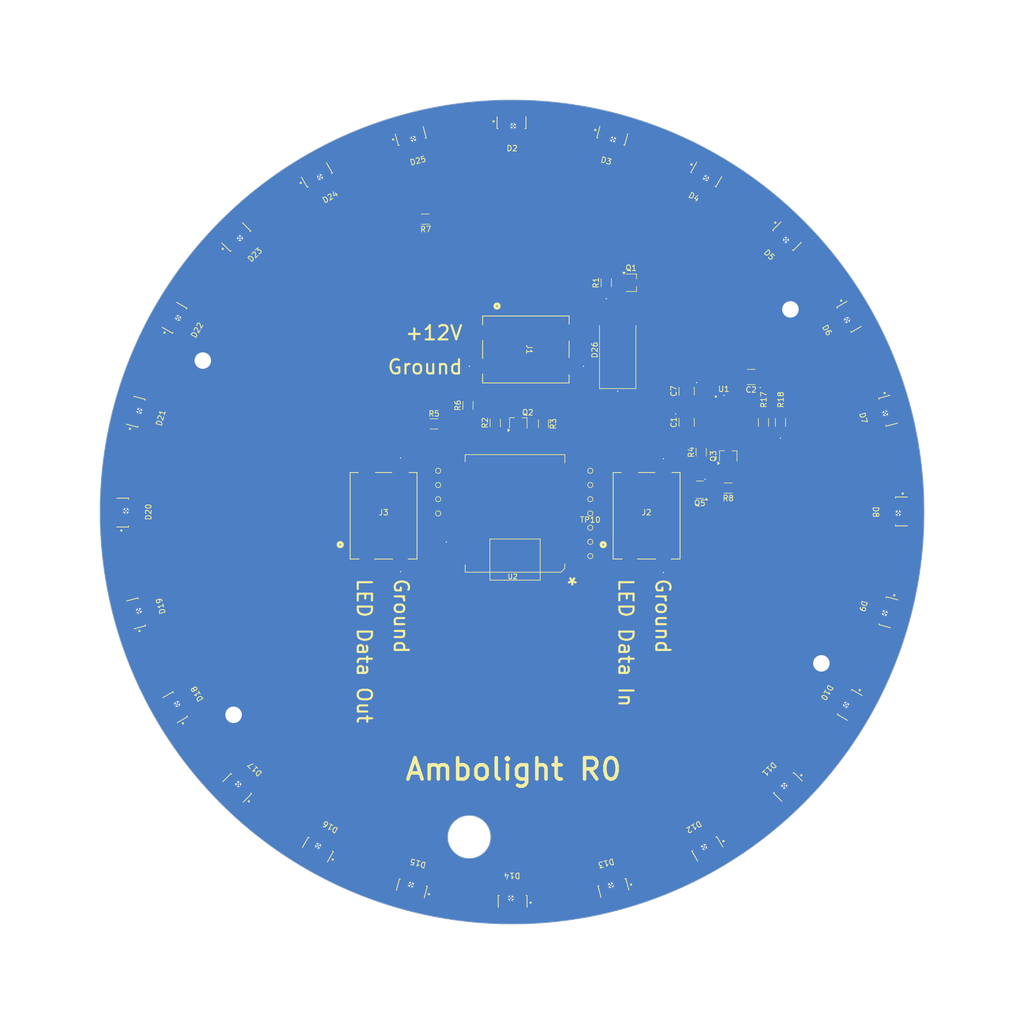
<source format=kicad_pcb>
(kicad_pcb (version 20240108) (generator "pcbnew") (generator_version "8.0")
  (layers (0 "F.Cu" signal) (31 "B.Cu" signal) (35 "F.Paste" user) (36 "B.SilkS" user "B.Silkscreen") (37 "F.SilkS" user "F.Silkscreen") (38 "B.Mask" user) (39 "F.Mask" user) (44 "Edge.Cuts" user))
  (net 0 "")
  (net 1 "GND")
  (net 2 "+12V")
  (net 3 "+3.3V")
  (net 4 "+5V")
  (net 5 "Net-(U1-VCC)")
  (net 6 "Net-(Q1-D)")
  (net 7 "LED_DATA_3.3V")
  (net 8 "LED_DATA_5V")
  (net 9 "Net-(U1-FB)")
  (net 14 "Net-(D10-DIN)")
  (net 15 "Net-(Q3-G)")
  (net 16 "LED_ENABLE")
  (net 17 "Net-(D2-DIN)")
  (net 18 "LED_DATA_OUT")
  (net 20 "5V_LED")
  (net 44 "Net-(U2-PA02_A0_D0)")
  (net 45 "Net-(U2-PA11_A3_D3)")
  (net 46 "Net-(U2-PA9_A5_D5_SCL)")
  (net 47 "Net-(U2-PB08_A6_D6_TX)")
  (net 48 "Net-(U2-PA6_A10_D10_MOSI)")
  (net 49 "Net-(U2-PA5_A9_D9_MISO)")
  (net 50 "Net-(U2-PA7_A8_D8_SCK)")
  (net 51 "Net-(U2-PB09_A7_D7_RX)")
  (net 52 "Net-(Q1-G)")
  (net 53 "Net-(U2-PA4_A1_D1)")
  (net 54 "Net-(Q5-B)")
  (net 55 "Net-(U2-PA10_A2_D2)")
  (net 56 "Net-(D3-DIN)")
  (net 57 "Net-(D18-DIN)")
  (net 58 "Net-(D19-DIN)")
  (net 59 "Net-(D20-DIN)")
  (net 60 "Net-(D21-DIN)")
  (net 61 "Net-(D22-DIN)")
  (net 62 "Net-(D23-DIN)")
  (net 63 "Net-(D24-DIN)")
  (net 64 "Net-(D11-DIN)")
  (net 65 "Net-(D12-DIN)")
  (net 66 "Net-(D13-DIN)")
  (net 67 "Net-(D14-DIN)")
  (net 68 "Net-(D15-DIN)")
  (net 69 "Net-(D16-DIN)")
  (net 70 "Net-(D17-DIN)")
  (net 71 "Net-(D4-DIN)")
  (net 72 "Net-(D5-DIN)")
  (net 73 "Net-(D6-DIN)")
  (net 74 "Net-(D7-DIN)")
  (net 75 "Net-(D8-DIN)")
  (net 76 "Net-(D10-DOUT)")
  (net 77 "Net-(D25-DIN)")
  (net 78 "Net-(J3-1_1)")
  (footprint "1-rjc-rv:WAGO_CONN2_2061-602_998-404_WAG" (layer "F.Cu") (at -22.952102 0.675996)
    (property "Reference" "J3")
    (property "Value" "2061-602/998-404")
  )
  (footprint "1-rjc-rv:LED_IN-PI42TASPRPGPB" (layer "F.Cu") (at 18.008715 -67.214574 -105)
    (property "Reference" "D3")
    (property "Value" "IN-PI4818QAS5R5G5BPW")
  )
  (footprint "1-rjc-rv:TP_SMT_25mil" (layer "F.Cu") (at -13.208 -2.286)
    (property "Reference" "TP7" (hide yes))
    (property "Value" "TestPoint")
  )
  (footprint "1-rjc-rv:LED_IN-PI42TASPRPGPB" (layer "F.Cu") (at -67.224574 18.012771 15)
    (property "Reference" "D19")
    (property "Value" "IN-PI4818QAS5R5G5BPW")
  )
  (footprint "KM-ESP-Kit:Mount-Hole-#4" (layer "F.Cu") (at 55.262444 27.041813 -2.5)
    (property "Reference" "H8" (hide yes))
    (property "Value" "MountingHole_Pad")
  )
  (footprint "1-rjc-rv:LED_IN-PI42TASPRPGPB" (layer "F.Cu") (at 60.271904 -34.798 -150)
    (property "Reference" "D6")
    (property "Value" "IN-PI4818QAS5R5G5BPW")
  )
  (footprint "Resistor_SMD:R_1206_3216Metric_Pad1.30x1.75mm_HandSolder" (layer "F.Cu") (at 5.5972 -15.767 -90)
    (property "Reference" "R3")
    (property "Value" "10k")
  )
  (footprint "1-rjc-rv:LED_IN-PI42TASPRPGPB" (layer "F.Cu") (at 49.211803 49.211804 135)
    (property "Reference" "D11")
    (property "Value" "IN-PI4818QAS5R5G5BPW")
  )
  (footprint "Resistor_SMD:R_1206_3216Metric_Pad1.30x1.75mm_HandSolder" (layer "F.Cu") (at 16.827201 -40.960001 -90)
    (property "Reference" "R1")
    (property "Value" "10k")
  )
  (footprint "KM-ESP-Kit:Mount-Hole-#4" (layer "F.Cu") (at 49.735382 -36.200668 -2.5)
    (property "Reference" "H7" (hide yes))
    (property "Value" "MountingHole_Pad")
  )
  (footprint "1-rjc-rv:TP_SMT_25mil" (layer "F.Cu") (at -13.208 0.254)
    (property "Reference" "TP6" (hide yes))
    (property "Value" "TestPoint")
  )
  (footprint "1-rjc-rv:LED_IN-PI42TASPRPGPB" (layer "F.Cu") (at -49.211803 49.211804 45)
    (property "Reference" "D17")
    (property "Value" "IN-PI4818QAS5R5G5BPW")
  )
  (footprint "1-rjc-rv:LED_IN-PI42TASPRPGPB" (layer "F.Cu") (at 34.798001 -60.271904 -120)
    (property "Reference" "D4")
    (property "Value" "IN-PI4818QAS5R5G5BPW")
  )
  (footprint "Capacitor_SMD:C_1210_3225Metric_Pad1.33x2.70mm_HandSolder" (layer "F.Cu") (at 31.1912 -21.59 90)
    (property "Reference" "C7")
    (property "Value" "22u")
  )
  (footprint "Package_TO_SOT_SMD:TSOT-23_HandSoldering" (layer "F.Cu") (at 1.1172 -15.888999 90)
    (property "Reference" "Q2")
    (property "Value" "BSS138-7-F")
  )
  (footprint "Resistor_SMD:R_1206_3216Metric_Pad1.30x1.75mm_HandSolder" (layer "F.Cu") (at -13.944 -15.748)
    (property "Reference" "R5")
    (property "Value" "0")
  )
  (footprint "1-rjc-rv:WAGO_CONN2_2061-602_998-404_WAG" (layer "F.Cu") (at 24.037898 0.675996)
    (property "Reference" "J2")
    (property "Value" "2061-602/998-404")
  )
  (footprint "1-rjc-rv:TLVM23615RDNR" (layer "F.Cu") (at 38.5572 -17.55)
    (property "Reference" "U1")
    (property "Value" "TLVM23615RDNR")
  )
  (footprint "1-rjc-rv:LED_IN-PI42TASPRPGPB" (layer "F.Cu") (at -34.798 -60.271905 -60)
    (property "Reference" "D24")
    (property "Value" "IN-PI4818QAS5R5G5BPW")
  )
  (footprint "1-rjc-rv:LED_IN-PI42TASPRPGPB" (layer "F.Cu") (at 67.220518 -18.00277 -165)
    (property "Reference" "D7")
    (property "Value" "IN-PI4818QAS5R5G5BPW")
  )
  (footprint "Package_TO_SOT_SMD:SOT-23" (layer "F.Cu") (at 33.5382 -3.977 180)
    (property "Reference" "Q5")
    (property "Value" "MMBT3904")
  )
  (footprint "1-rjc-rv:TP_SMT_25mil" (layer "F.Cu") (at -13.208 -7.366)
    (property "Reference" "TP9" (hide yes))
    (property "Value" "TestPoint")
  )
  (footprint "1-rjc-rv:LED_IN-PI42TASPRPGPB" (layer "F.Cu") (at -34.798 60.271904 60)
    (property "Reference" "D16")
    (property "Value" "IN-PI4818QAS5R5G5BPW")
  )
  (footprint "1-rjc-rv:TP_SMT_25mil" (layer "F.Cu") (at 13.97 7.874)
    (property "Reference" "TP1" (hide yes))
    (property "Value" "TestPoint")
  )
  (footprint "1-rjc-rv:LED_IN-PI42TASPRPGPB" (layer "F.Cu") (at 60.285516 34.571225 150)
    (property "Reference" "D10")
    (property "Value" "IN-PI4818QAS5R5G5BPW")
  )
  (footprint "Resistor_SMD:R_1206_3216Metric_Pad1.30x1.75mm_HandSolder" (layer "F.Cu") (at 33.781998 -10.694001 -90)
    (property "Reference" "R4")
    (property "Value" "100k")
  )
  (footprint "1-rjc-rv:WAGO_CONN2_2061-602_998-404_WAG" (layer "F.Cu") (at 2.46298 -29.043277 -90)
    (property "Reference" "J1")
    (property "Value" "2061-602/998-404")
  )
  (footprint "1-rjc-rv:LED_IN-PI42TASPRPGPB" (layer "F.Cu") (at -69.596001 0.000001)
    (property "Reference" "D20")
    (property "Value" "IN-PI4818QAS5R5G5BPW")
  )
  (footprint "1-rjc-rv:TP_SMT_25mil" (layer "F.Cu") (at 13.97 -2.286)
    (property "Reference" "TP3" (hide yes))
    (property "Value" "TestPoint")
  )
  (footprint "1-rjc-rv:LED_IN-PI42TASPRPGPB" (layer "F.Cu") (at 69.596 0 180)
    (property "Reference" "D8")
    (property "Value" "IN-PI4818QAS5R5G5BPW")
  )
  (footprint "Resistor_SMD:R_1206_3216Metric_Pad1.30x1.75mm_HandSolder" (layer "F.Cu") (at 44.9072 -16.002 90)
    (property "Reference" "R17")
    (property "Value" "40.2k")
  )
  (footprint "KM-ESP-Kit:Mount-Hole-#4" (layer "F.Cu") (at -55.259043 -27.055755 -2.5)
    (property "Reference" "H5" (hide yes))
    (property "Value" "MountingHole_Pad")
  )
  (footprint "Capacitor_SMD:C_1210_3225Metric_Pad1.33x2.70mm_HandSolder" (layer "F.Cu") (at 31.1912 -16.0274 90)
    (property "Reference" "C1")
    (property "Value" "22u")
  )
  (footprint "1-rjc-rv:TP_SMT_25mil" (layer "F.Cu") (at 13.97 -4.826)
    (property "Reference" "TP4" (hide yes))
    (property "Value" "TestPoint")
  )
  (footprint "1-rjc-rv:LED_IN-PI42TASPRPGPB" (layer "F.Cu") (at 18.01277 67.224574 105)
    (property "Reference" "D13")
    (property "Value" "IN-PI4818QAS5R5G5BPW")
  )
  (footprint "1-rjc-rv:LED_IN-PI42TASPRPGPB" (layer "F.Cu") (at 0 69.596 90)
    (property "Reference" "D14")
    (property "Value" "IN-PI4818QAS5R5G5BPW")
  )
  (footprint "1-rjc-rv:LED_IN-PI42TASPRPGPB" (layer "F.Cu") (at -49.211804 -49.211804 -45)
    (property "Reference" "D23")
    (property "Value" "IN-PI4818QAS5R5G5BPW")
  )
  (footprint "Resistor_SMD:R_1206_3216Metric_Pad1.30x1.75mm_HandSolder" (layer "F.Cu") (at 38.6182 -4.271 180)
    (property "Reference" "R8")
    (property "Value" "100k")
  )
  (footprint "Package_TO_SOT_SMD:TSOT-23_HandSoldering" (layer "F.Cu") (at 38.6182 -9.986 90)
    (property "Reference" "Q3")
    (property "Value" "DMP3099L")
  )
  (footprint "Resistor_SMD:R_1206_3216Metric_Pad1.30x1.75mm_HandSolder" (layer "F.Cu") (at -15.494 -52.324 -178)
    (property "Reference" "R7")
    (property "Value" "0")
  )
  (footprint "KM-ESP-Kit:SeeedStudio-MOUDLE14P-SMD-2.54-21X17.8MM" (layer "F.Cu") (at 9.420198 -10.246004 180)
    (property "Reference" "U2")
    (property "Value" "MOUDLE-SEEEDUINO-XIAO-ESP32C3")
  )
  (footprint "Diode_SMD:D_SMC_Handsoldering" (layer "F.Cu") (at 18.8722 -28.956 90)
    (property "Reference" "D26")
    (property "Value" "SMCJ28CA")
  )
  (footprint "1-rjc-rv:LED_IN-PI42TASPRPGPB" (layer "F.Cu") (at 49.211804 -49.211803 -135)
    (property "Reference" "D5")
    (property "Value" "IN-PI4818QAS5R5G5BPW")
  )
  (footprint "1-rjc-rv:LED_IN-PI42TASPRPGPB" (layer "F.Cu") (at 0.000001 -69.596001 -90)
    (property "Reference" "D2")
    (property "Value" "IN-PI4818QAS5R5G5BPW")
  )
  (footprint "1-rjc-rv:LED_IN-PI42TASPRPGPB" (layer "F.Cu") (at 34.798 60.271904 120)
    (property "Reference" "D12")
    (property "Value" "IN-PI4818QAS5R5G5BPW")
  )
  (footprint "1-rjc-rv:LED_IN-PI42TASPRPGPB" (layer "F.Cu") (at -18.01277 67.224574 75)
    (property "Reference" "D15")
    (property "Value" "IN-PI4818QAS5R5G5BPW")
  )
  (footprint "1-rjc-rv:LED_IN-PI42TASPRPGPB" (layer "F.Cu") (at -67.224575 -18.01277 -15)
    (property "Reference" "D21")
    (property "Value" "IN-PI4818QAS5R5G5BPW")
  )
  (footprint "Capacitor_SMD:C_1210_3225Metric_Pad1.33x2.70mm_HandSolder" (layer "F.Cu") (at 42.7105 -24.13)
    (property "Reference" "C2")
    (property "Value" "1u")
  )
  (footprint "1-rjc-rv:TP_SMT_25mil" (layer "F.Cu") (at 13.97 0.254)
    (property "Reference" "TP2" (hide yes))
    (property "Value" "TestPoint")
  )
  (footprint "Package_TO_SOT_SMD:TSOT-23_HandSoldering" (layer "F.Cu") (at 21.272201 -40.960001)
    (property "Reference" "Q1")
    (property "Value" "DMP3099L")
  )
  (footprint "1-rjc-rv:LED_IN-PI42TASPRPGPB" (layer "F.Cu") (at -18.01277 -67.224575 -75)
    (property "Reference" "D25")
    (property "Value" "IN-PI4818QAS5R5G5BPW")
  )
  (footprint "Resistor_SMD:R_1206_3216Metric_Pad1.30x1.75mm_HandSolder" (layer "F.Cu") (at -7.874 -19.05 90)
    (property "Reference" "R6")
    (property "Value" "300")
  )
  (footprint "1-rjc-rv:TP_SMT_25mil" (layer "F.Cu") (at 13.97 -7.366)
    (property "Reference" "TP5" (hide yes))
    (property "Value" "TestPoint")
  )
  (footprint "1-rjc-rv:TP_SMT_25mil" (layer "F.Cu") (at 13.97 5.334)
    (property "Reference" "TP11" (hide yes))
    (property "Value" "TestPoint")
  )
  (footprint "1-rjc-rv:TP_SMT_25mil" (layer "F.Cu") (at 13.97 2.794)
    (property "Reference" "TP10")
    (property "Value" "TestPoint")
  )
  (footprint "1-rjc-rv:TP_SMT_25mil" (layer "F.Cu") (at -13.208 -4.826)
    (property "Reference" "TP8" (hide yes))
    (property "Value" "TestPoint")
  )
  (footprint "1-rjc-rv:LED_IN-PI42TASPRPGPB" (layer "F.Cu") (at -60.271905 -34.798 -30)
    (property "Reference" "D22")
    (property "Value" "IN-PI4818QAS5R5G5BPW")
  )
  (footprint "Resistor_SMD:R_1206_3216Metric_Pad1.30x1.75mm_HandSolder" (layer "F.Cu") (at 47.9552 -16.002 -90)
    (property "Reference" "R18")
    (property "Value" "10k")
  )
  (footprint "1-rjc-rv:LED_IN-PI42TASPRPGPB" (layer "F.Cu") (at -60.271904 34.798001 30)
    (property "Reference" "D18")
    (property "Value" "IN-PI4818QAS5R5G5BPW")
  )
  (footprint "Resistor_SMD:R_1206_3216Metric_Pad1.30x1.75mm_HandSolder" (layer "F.Cu") (at -3.0128 -15.929 90)
    (property "Reference" "R2")
    (property "Value" "10k")
  )
  (footprint "1-rjc-rv:LED_IN-PI42TASPRPGPB" (layer "F.Cu") (at 67.224574 18.012771 165)
    (property "Reference" "D9")
    (property "Value" "IN-PI4818QAS5R5G5BPW")
  )
  (footprint "KM-ESP-Kit:Mount-Hole-#4" (layer "F.Cu") (at -49.759573 36.236367 -2.5)
    (property "Reference" "H6" (hide yes))
    (property "Value" "MountingHole_Pad")
  )
  (gr_arc (start 59.616128 -32.073036) (mid 62.808748 -25.255168) (end 65.224597 -18.124963) (stroke (width 0.508)) (layer "F.Cu") (net 73))
  (gr_arc (start 57.597741 35.365789) (mid 53.256672 41.618817) (end 48.239989 47.344035) (stroke (width 0.508)) (layer "F.Cu") (net 14))
  (gr_arc (start 46.409963 49.283645) (mid 40.654723 54.130393) (end 34.397133 58.308469) (stroke (width 0.508)) (layer "F.Cu") (net 64))
  (gr_arc (start 67.665599 2.032) (mid 67.022156 9.528529) (end 65.550773 16.90735) (stroke (width 0.508)) (layer "F.Cu") (net 75))
  (gr_arc (start 19.471852 -64.824029) (mid 26.54577 -62.262539) (end 33.291772 -58.931923) (stroke (width 0.508)) (layer "F.Cu") (net 56))
  (gr_arc (start -49.283645 46.409964) (mid -54.129508 40.654135) (end -58.306697 34.396096) (stroke (width 0.508)) (layer "F.Cu") (net 70))
  (gr_arc (start -46.409964 -49.283646) (mid -40.653546 -54.128625) (end -34.395058 -58.304927) (stroke (width 0.508)) (layer "F.Cu") (net 62))
  (gr_arc (start -32.073036 -59.616129) (mid -25.259131 -62.807156) (end -18.133193 -65.222311) (stroke (width 0.508)) (layer "F.Cu") (net 63))
  (gr_arc (start 35.592565 -57.584129) (mid 41.763208 -53.278824) (end 47.418047 -48.31543) (stroke (width 0.508)) (layer "F.Cu") (net 71))
  (gr_arc (start 64.834029 19.475908) (mid 62.313281 26.456966) (end 59.043428 33.120103) (stroke (width 0.508)) (layer "F.Cu") (net 76))
  (gr_arc (start 32.073036 59.616128) (mid 25.259374 62.807869) (end 18.133566 65.223665) (stroke (width 0.508)) (layer "F.Cu") (net 65))
  (gr_circle (center 0 0) (end 72.009 0) (stroke (width 1.27)) (fill none) (layer "F.Cu") (net 20))
  (gr_arc (start -2.032 67.6656) (mid -9.528595 67.022505) (end -16.907494 65.551334) (stroke (width 0.508)) (layer "F.Cu") (net 67))
  (gr_arc (start -65.88587 15.550385) (mid -67.203581 8.142699) (end -67.691034 0.634533) (stroke (width 0.508)) (layer "F.Cu") (net 58))
  (gr_arc (start 65.881814 -15.540384) (mid 67.198927 -8.137639) (end 67.686885 -0.634485) (stroke (width 0.508)) (layer "F.Cu") (net 74))
  (gr_arc (start 15.550384 65.88587) (mid 8.142802 67.205234) (end 0.634552 67.694289) (stroke (width 0.508)) (layer "F.Cu") (net 66))
  (gr_arc (start -67.6656 -2.031999) (mid -67.022158 -9.528528) (end -65.550775 -16.907349) (stroke (width 0.508)) (layer "F.Cu") (net 59))
  (gr_arc (start 49.283646 -46.409963) (mid 54.129979 -40.654441) (end 58.307763 -34.396718) (stroke (width 0.508)) (layer "F.Cu") (net 72))
  (gr_arc (start -35.592564 57.584129) (mid -41.763027 53.278627) (end -47.417581 48.314962) (stroke (width 0.508)) (layer "F.Cu") (net 69))
  (gr_arc (start 2.032001 -67.665601) (mid 9.527756 -67.021911) (end 16.905821 -65.550572) (stroke (width 0.508)) (layer "F.Cu") (net 17))
  (gr_arc (start -57.58413 -35.592564) (mid -53.278628 -41.763027) (end -48.314962 -47.417582) (stroke (width 0.508)) (layer "F.Cu") (net 61))
  (gr_arc (start -64.83403 -19.475907) (mid -62.271193 -26.549927) (end -58.939161 -33.295848) (stroke (width 0.508)) (layer "F.Cu") (net 60))
  (gr_arc (start -19.475907 64.83403) (mid -26.550462 62.272268) (end -33.297033 58.941241) (stroke (width 0.508)) (layer "F.Cu") (net 68))
  (gr_arc (start -59.616129 32.073037) (mid -62.807155 25.259132) (end -65.22231 18.133195) (stroke (width 0.508)) (layer "F.Cu") (net 57))
  (gr_circle (center -7.660163 58.056935) (end -3.85379 58.223125) (stroke (width 0.1)) (fill none) (layer "Edge.Cuts"))
  (gr_circle (center 0 0) (end 73.66 0) (stroke (width 0.1)) (fill none) (layer "Edge.Cuts"))
  (gr_text "LED Data In" (at 20.32 11.684 270) (layer "F.SilkS") (effects (font (size 2.54 2.54) (thickness 0.381)) (justify left)))
  (gr_text "Ground" (at 26.924 11.684 270) (layer "F.SilkS") (effects (font (size 2.54 2.54) (thickness 0.381)) (justify left)))
  (gr_text "Ambolight R0" (at 0.254 45.974 0) (layer "F.SilkS") (effects (font (size 3.81 3.81) (thickness 0.635) (bold yes))))
  (gr_text "+12V" (at -8.636 -32.004 0) (layer "F.SilkS") (effects (font (size 2.54 2.54) (thickness 0.381)) (justify right)))
  (gr_text "Ground" (at -8.636 -25.908 0) (layer "F.SilkS") (effects (font (size 2.54 2.54) (thickness 0.381)) (justify right)))
  (gr_text "Ground" (at -19.812 11.684 270) (layer "F.SilkS") (effects (font (size 2.54 2.54) (thickness 0.381)) (justify left)))
  (gr_text "LED Data Out" (at -26.416 11.684 270) (layer "F.SilkS") (effects (font (size 2.54 2.54) (thickness 0.381)) (justify left)))
  (segment (start 16.827204 -38.112996) (end 16.8402 -38.1) (width 0.254) (layer "F.Cu") (net 1))
  (segment (start 44.323 -22.225) (end 44.323 -24.080007) (width 0.381) (layer "F.Cu") (net 1))
  (segment (start -11.734796 5.333996) (end -11.7348 5.334) (width 0.254) (layer "F.Cu") (net 1))
  (segment (start 47.9552 -14.452) (end 47.9552 -13.208) (width 0.381) (layer "F.Cu") (net 1))
  (segment (start 27.035098 6.390996) (end 27.035098 10.779098) (width 0.508) (layer "F.Cu") (net 1))
  (segment (start -19.939 -8.6307) (end -19.939 -9.652) (width 0.381) (layer "F.Cu") (net 1))
  (segment (start -19.952099 -5.674004) (end -19.952099 -8.617601) (width 0.508) (layer "F.Cu") (net 1))
  (segment (start 16.827204 -39.410002) (end 16.827204 -38.112996) (width 0.508) (layer "F.Cu") (net 1))
  (segment (start 31.1273 -17.526) (end 31.191201 -17.589901) (width 0.381) (layer "F.Cu") (net 1))
  (segment (start 18.8722 -24.556) (end 18.8722 -21.59) (width 0.508) (layer "F.Cu") (net 1))
  (segment (start 31.2297 -23.114) (end 32.8922 -23.114) (width 0.381) (layer "F.Cu") (net 1))
  (segment (start 31.1912 -23.1525) (end 31.2297 -23.114) (width 0.381) (layer "F.Cu") (net 1))
  (segment (start 38.0572 -20.6168) (end 37.846 -20.828) (width 0.1524) (layer "F.Cu") (net 1))
  (segment (start 29.21 -17.526) (end 31.1273 -17.526) (width 0.381) (layer "F.Cu") (net 1))
  (segment (start 12.765123 -26.046077) (end 12.7762 -26.035) (width 0.254) (layer "F.Cu") (net 1))
  (segment (start 44.323 -24.080007) (end 44.273008 -24.129999) (width 0.381) (layer "F.Cu") (net 1))
  (segment (start -8.486802 5.333996) (end -11.734796 5.333996) (width 0.508) (layer "F.Cu") (net 1))
  (segment (start 27.035098 -6.232804) (end 27.035098 -9.509098) (width 0.508) (layer "F.Cu") (net 1))
  (segment (start -3.25202 -26.046077) (end -7.608923 -26.046077) (width 0.381) (layer "F.Cu") (net 1))
  (segment (start 32.9307 -23.1525) (end 32.9692 -23.114) (width 0.1524) (layer "F.Cu") (net 1))
  (segment (start 27.035098 10.779098) (end 27.051 10.795) (width 0.1524) (layer "F.Cu") (net 1))
  (segment (start 32.8922 -23.114) (end 32.9307 -23.1525) (width 0.381) (layer "F.Cu") (net 1))
  (segment (start 8.812981 -26.043275) (end 8.812977 -26.043279) (width 1.27) (layer "F.Cu") (net 1))
  (segment (start -19.952099 -8.617601) (end -19.939 -8.6307) (width 0.254) (layer "F.Cu") (net 1))
  (segment (start 34.4757 -4.927) (end 34.4757 -5.8245) (width 0.508) (layer "F.Cu") (net 1))
  (segment (start -19.952099 5.825992) (end -19.952099 -5.674004) (width 0.762) (layer "F.Cu") (net 1))
  (segment (start 34.4757 -5.8245) (end 34.4932 -5.842) (width 0.508) (layer "F.Cu") (net 1))
  (segment (start -7.608923 -26.046077) (end -7.62 -26.035) (width 0.254) (layer "F.Cu") (net 1))
  (segment (start 9.37178 -26.046077) (end 12.765123 -26.046077) (width 0.508) (layer "F.Cu") (net 1))
  (segment (start -19.954902 10.652098) (end -19.939 10.668) (width 0.254) (layer "F.Cu") (net 1))
  (segment (start 38.0572 -19.61) (end 38.0572 -20.6168) (width 0.1524) (layer "F.Cu") (net 1))
  (segment (start 8.812977 -26.043279) (end -5.227014 -26.043279) (width 1.27) (layer "F.Cu") (net 1))
  (segment (start 26.8732 -6.35) (end 26.8732 5.149997) (width 0.762) (layer "F.Cu") (net 1))
  (segment (start -19.954902 6.390996) (end -19.954902 10.652098) (width 0.381) (layer "F.Cu") (net 1))
  (segment (start 27.035098 -9.509098) (end 27.051 -9.525) (width 0.1524) (layer "F.Cu") (net 1))
  (via (at 34.4932 -5.842) (size 0.508) (drill 0.2032) (layers "F.Cu" "B.Cu") (net 1))
  (via (at 18.8722 -21.59) (size 0.508) (drill 0.2032) (layers "F.Cu" "B.Cu") (net 1))
  (via (at 32.9692 -23.114) (size 0.508) (drill 0.2032) (layers "F.Cu" "B.Cu") (net 1))
  (via (at 27.051 10.795) (size 0.508) (drill 0.2032) (layers "F.Cu" "B.Cu") (net 1))
  (via (at 47.9552 -13.208) (size 0.508) (drill 0.2032) (layers "F.Cu" "B.Cu") (net 1))
  (via (at 29.21 -17.526) (size 0.508) (drill 0.2032) (layers "F.Cu" "B.Cu") (net 1))
  (via (at 27.051 -9.525) (size 0.508) (drill 0.2032) (layers "F.Cu" "B.Cu") (net 1))
  (via (at 37.846 -20.828) (size 0.508) (drill 0.2032) (layers "F.Cu" "B.Cu") (net 1))
  (via (at -7.62 -26.035) (size 0.508) (drill 0.2032) (layers "F.Cu" "B.Cu") (net 1))
  (via (at -11.7348 5.334) (size 0.508) (drill 0.2032) (layers "F.Cu" "B.Cu") (net 1))
  (via (at 12.7762 -26.035) (size 0.508) (drill 0.2032) (layers "F.Cu" "B.Cu") (net 1))
  (via (at 16.8402 -38.1) (size 0.508) (drill 0.2032) (layers "F.Cu" "B.Cu") (net 1))
  (via (at 44.323 -22.225) (size 0.508) (drill 0.2032) (layers "F.Cu" "B.Cu") (net 1))
  (via (at -19.939 10.668) (size 0.508) (drill 0.2032) (layers "F.Cu" "B.Cu") (net 1))
  (via (at -19.939 -9.652) (size 0.508) (drill 0.2032) (layers "F.Cu" "B.Cu") (net 1))
  (segment (start -5.227011 -32.043283) (end -5.227018 -32.043278) (width 0.508) (layer "F.Cu") (net 2))
  (segment (start 19.9622 -38.174) (end 18.8722 -37.084) (width 0.508) (layer "F.Cu") (net 2))
  (segment (start 8.812981 -32.043282) (end 8.81298 -32.043283) (width 1.27) (layer "F.Cu") (net 2))
  (segment (start 8.81298 -32.043283) (end -5.227011 -32.043283) (width 1.27) (layer "F.Cu") (net 2))
  (segment (start 17.559482 -32.043282) (end 18.8722 -33.356) (width 1.27) (layer "F.Cu") (net 2))
  (segment (start 6.272981 -32.043282) (end 17.559482 -32.043282) (width 1.27) (layer "F.Cu") (net 2))
  (segment (start 18.8722 -37.084) (end 18.8722 -33.356) (width 0.508) (layer "F.Cu") (net 2))
  (segment (start 18.559482 -32.043282) (end 18.872201 -32.356001) (width 1.27) (layer "F.Cu") (net 2))
  (segment (start 19.9622 -40.01) (end 19.9622 -38.174) (width 0.508) (layer "F.Cu") (net 2))
  (segment (start -11.176 -12.954) (end -5.9019 -12.954) (width 0.508) (layer "F.Cu") (net 3))
  (segment (start -5.9019 -12.954) (end -4.476901 -14.378999) (width 0.508) (layer "F.Cu") (net 3))
  (segment (start -0.032799 -14.379) (end 0.1672 -14.578999) (width 0.508) (layer "F.Cu") (net 3))
  (segment (start -13.258804 2.793996) (end -14.7828 1.27) (width 0.508) (layer "F.Cu") (net 3))
  (segment (start 0.1672 -14.578999) (end 0.1672 -14.579) (width 0.1524) (layer "F.Cu") (net 3))
  (segment (start -14.7828 1.27) (end -14.7828 -9.3472) (width 0.508) (layer "F.Cu") (net 3))
  (segment (start -3.0128 -14.379) (end -0.032799 -14.379) (width 0.508) (layer "F.Cu") (net 3))
  (segment (start -14.7828 -9.3472) (end -11.176 -12.954) (width 0.508) (layer "F.Cu") (net 3))
  (segment (start -8.486802 2.793996) (end -13.258804 2.793996) (width 0.508) (layer "F.Cu") (net 3))
  (segment (start -4.476901 -14.378999) (end -3.0128 -14.378999) (width 0.508) (layer "F.Cu") (net 3))
  (segment (start 33.782 -14.452) (end 31.4577 -14.452) (width 0.508) (layer "F.Cu") (net 4))
  (segment (start 36.7792 -14.452) (end 33.782 -14.452) (width 0.508) (layer "F.Cu") (net 4))
  (segment (start 25.4131 -14.4649) (end 22.561 -17.317) (width 0.762) (layer "F.Cu") (net 4))
  (segment (start 33.781996 -12.244002) (end 33.781996 -14.451996) (width 0.508) (layer "F.Cu") (net 4))
  (segment (start -12.252604 7.864196) (end -8.486802 7.864196) (width 0.762) (layer "F.Cu") (net 4))
  (segment (start -12.446 -19.05) (end -13.97 -17.526) (width 0.762) (layer "F.Cu") (net 4))
  (segment (start 2.418119 -20.496081) (end -5.157919 -20.496081) (width 0.762) (layer "F.Cu") (net 4))
  (segment (start -16.51 3.6068) (end -12.252604 7.864196) (width 0.762) (layer "F.Cu") (net 4))
  (segment (start 22.561 -17.317) (end 5.5972 -17.317) (width 0.762) (layer "F.Cu") (net 4))
  (segment (start -6.604 -19.05) (end -12.446 -19.05) (width 0.762) (layer "F.Cu") (net 4))
  (segment (start 31.1912 -14.4649) (end 25.4131 -14.4649) (width 0.762) (layer "F.Cu") (net 4))
  (segment (start 33.781996 -14.451996) (end 33.782 -14.452) (width 0.1524) (layer "F.Cu") (net 4))
  (segment (start 36.7792 -16.5594) (end 36.7792 -14.452) (width 0.508) (layer "F.Cu") (net 4))
  (segment (start 38.6182 -11.296) (end 38.6182 -14.386) (width 0.508) (layer "F.Cu") (net 4))
  (segment (start 44.9072 -14.452) (end 36.7792 -14.452) (width 0.508) (layer "F.Cu") (net 4))
  (segment (start 5.5972 -17.317) (end 2.418119 -20.496081) (width 0.762) (layer "F.Cu") (net 4))
  (segment (start 31.4577 -14.7314) (end 31.1912 -14.4649) (width 0.1524) (layer "F.Cu") (net 4))
  (segment (start -13.97 -12.7) (end -16.51 -10.16) (width 0.762) (layer "F.Cu") (net 4))
  (segment (start -13.97 -17.526) (end -13.97 -12.7) (width 0.762) (layer "F.Cu") (net 4))
  (segment (start -5.157919 -20.496081) (end -6.604 -19.05) (width 0.762) (layer "F.Cu") (net 4))
  (segment (start -16.51 -10.16) (end -16.51 3.6068) (width 0.762) (layer "F.Cu") (net 4))
  (segment (start 41.059502 -20.231502) (end 41.059502 -24.041502) (width 0.508) (layer "F.Cu") (net 5))
  (segment (start 41.059502 -24.041502) (end 41.148 -24.13) (width 0.508) (layer "F.Cu") (net 5))
  (segment (start 40.5172 -19.51) (end 40.5384 -19.5312) (width 0.254) (layer "F.Cu") (net 5))
  (segment (start 40.5384 -19.7104) (end 41.059502 -20.231502) (width 0.508) (layer "F.Cu") (net 5))
  (segment (start 41.147998 -24.130002) (end 41.148 -24.13) (width 0.508) (layer "F.Cu") (net 5))
  (segment (start 40.5384 -19.5312) (end 40.5384 -19.7104) (width 0.508) (layer "F.Cu") (net 5))
  (segment (start 39.9447 -19.51) (end 40.5172 -19.51) (width 0.254) (layer "F.Cu") (net 5))
  (segment (start 31.1912 -20.0275) (end 28.7405 -20.0275) (width 0.508) (layer "F.Cu") (net 6))
  (segment (start 25.4 -23.368) (end 25.4 -38.142202) (width 0.508) (layer "F.Cu") (net 6))
  (segment (start 36.6268 -18.1977) (end 34.5073 -18.1977) (width 0.3302) (layer "F.Cu") (net 6))
  (segment (start 34.417 -18.7057) (end 33.0952 -20.0275) (width 0.3302) (layer "F.Cu") (net 6))
  (segment (start 34.417 -18.288) (end 34.417 -18.7057) (width 0.3302) (layer "F.Cu") (net 6))
  (segment (start 34.5073 -18.1977) (end 34.417 -18.288) (width 0.3302) (layer "F.Cu") (net 6))
  (segment (start 25.4 -38.142202) (end 22.582201 -40.960001) (width 0.508) (layer "F.Cu") (net 6))
  (segment (start 33.0952 -20.0275) (end 31.1912 -20.0275) (width 0.3302) (layer "F.Cu") (net 6))
  (segment (start 28.7405 -20.0275) (end 25.4 -23.368) (width 0.508) (layer "F.Cu") (net 6))
  (segment (start 36.6014 -18.7057) (end 34.417 -18.7057) (width 0.3302) (layer "F.Cu") (net 6))
  (segment (start -2.9718 -17.520001) (end -3.0128 -17.479001) (width 0.254) (layer "F.Cu") (net 7))
  (segment (start 2.0932 -14.605) (end 1.9812 -14.717) (width 0.1524) (layer "F.Cu") (net 7))
  (segment (start -12.394 -15.748) (end -4.7438 -15.748) (width 0.508) (layer "F.Cu") (net 7))
  (segment (start 2.0932 -14.605) (end 2.0672 -14.579) (width 0.1524) (layer "F.Cu") (net 7))
  (segment (start 2.0672 -14.578999) (end -0.832801 -17.479) (width 0.508) (layer "F.Cu") (net 7))
  (segment (start -4.7438 -15.748) (end -3.0128 -17.479) (width 0.508) (layer "F.Cu") (net 7))
  (segment (start -0.832801 -17.479) (end -3.0128 -17.479) (width 0.508) (layer "F.Cu") (net 7))
  (segment (start -5.868 -17.5) (end -7.874 -17.5) (width 0.508) (layer "F.Cu") (net 8))
  (segment (start 18.4912 -6.35) (end 20.873197 -6.35) (width 0.508) (layer "F.Cu") (net 8))
  (segment (start 1.1172 -17.198999) (end -0.479801 -18.796) (width 0.508) (layer "F.Cu") (net 8))
  (segment (start -0.479801 -18.796) (end -4.572 -18.796) (width 0.508) (layer "F.Cu") (net 8))
  (segment (start 10.6242 -14.217) (end 18.4912 -6.35) (width 0.508) (layer "F.Cu") (net 8))
  (segment (start 20.873197 -6.35) (end 20.873197 5.149997) (width 0.762) (layer "F.Cu") (net 8))
  (segment (start 5.597201 -14.217) (end 10.6242 -14.217) (width 0.508) (layer "F.Cu") (net 8))
  (segment (start 2.615202 -17.198999) (end 1.1172 -17.198999) (width 0.381) (layer "F.Cu") (net 8))
  (segment (start 5.597201 -14.217) (end 2.615202 -17.198999) (width 0.381) (layer "F.Cu") (net 8))
  (segment (start -4.572 -18.796) (end -5.868 -17.5) (width 0.508) (layer "F.Cu") (net 8))
  (segment (start 41.91 -26.416) (end 40.132 -26.416) (width 0.3556) (layer "F.Cu") (net 9))
  (segment (start 42.926 -19.812) (end 44.9072 -17.8308) (width 0.381) (layer "F.Cu") (net 9))
  (segment (start 40.132 -26.416) (end 39.0906 -25.3746) (width 0.3556) (layer "F.Cu") (net 9))
  (segment (start 42.926 -25.4) (end 41.91 -26.416) (width 0.3556) (layer "F.Cu") (net 9))
  (segment (start 39.0906 -25.3746) (end 39.0906 -19.6074) (width 0.3556) (layer "F.Cu") (net 9))
  (segment (start 47.9552 -17.552) (end 44.9072 -17.552) (width 0.508) (layer "F.Cu") (net 9))
  (segment (start 42.926 -25.146) (end 42.926 -19.812) (width 0.381) (layer "F.Cu") (net 9))
  (segment (start 42.926 -25.146) (end 42.926 -25.4) (width 0.3556) (layer "F.Cu") (net 9))
  (segment (start 44.9072 -17.552) (end 44.8812 -17.552) (width 0.508) (layer "F.Cu") (net 9))
  (segment (start 44.9072 -17.8308) (end 44.9072 -17.552) (width 0.508) (layer "F.Cu") (net 9))
  (segment (start 36.282 -8.676) (end 35.814 -9.144) (width 0.381) (layer "F.Cu") (net 15))
  (segment (start 35.814 -9.144) (end 33.782 -9.144) (width 0.381) (layer "F.Cu") (net 15))
  (segment (start 32.6007 -3.977) (end 32.6007 -7.9627) (width 0.508) (layer "F.Cu") (net 15))
  (segment (start 37.6682 -8.676) (end 36.282 -8.676) (width 0.381) (layer "F.Cu") (net 15))
  (segment (start 37.6682 -8.676) (end 37.6682 -8.382) (width 0.1524) (layer "F.Cu") (net 15))
  (segment (start 32.6007 -7.9627) (end 33.782 -9.144) (width 0.508) (layer "F.Cu") (net 15))
  (segment (start 8.5852 -2.286006) (end 13.969994 -2.286006) (width 0.508) (layer "F.Cu") (net 16))
  (segment (start 29.1592 11.938) (end 20.0152 11.938) (width 0.508) (layer "F.Cu") (net 16))
  (segment (start 16.256 8.1788) (end 16.256 0) (width 0.508) (layer "F.Cu") (net 16))
  (segment (start 40.1682 0.929) (end 29.1592 11.938) (width 0.508) (layer "F.Cu") (net 16))
  (segment (start 20.0152 11.938) (end 16.256 8.1788) (width 0.508) (layer "F.Cu") (net 16))
  (segment (start 40.1682 -4.271) (end 40.1682 0.929) (width 0.508) (layer "F.Cu") (net 16))
  (segment (start 16.256 0) (end 13.97 -2.286) (width 0.508) (layer "F.Cu") (net 16))
  (segment (start 13.969994 -2.286006) (end 13.97 -2.286) (width 0.508) (layer "F.Cu") (net 16))
  (segment (start -13.944944 -52.378094) (end -0.634999 -65.688039) (width 0.508) (layer "F.Cu") (net 18))
  (segment (start -0.634999 -65.688039) (end -0.634999 -67.741801) (width 0.508) (layer "F.Cu") (net 18))
  (segment (start 39.5682 -8.276) (end 68.098603 -17.081027) (width 0.381) (layer "F.Cu") (net 20))
  (segment (start 13.960196 7.864196) (end 13.97 7.874) (width 0.508) (layer "F.Cu") (net 44))
  (segment (start 9.572598 7.864196) (end 13.960196 7.864196) (width 0.508) (layer "F.Cu") (net 44))
  (segment (start 8.585197 0.253994) (end 13.969994 0.253994) (width 0.508) (layer "F.Cu") (net 45))
  (segment (start 13.969994 0.253994) (end 13.97 0.254) (width 0.508) (layer "F.Cu") (net 45))
  (segment (start 8.5852 -4.826) (end 13.97 -4.826) (width 0.508) (layer "F.Cu") (net 46))
  (segment (start 8.585202 -7.366006) (end 13.969994 -7.366006) (width 0.508) (layer "F.Cu") (net 47))
  (segment (start 13.969994 -7.366006) (end 13.97 -7.366) (width 0.508) (layer "F.Cu") (net 47))
  (segment (start -8.486802 0.253996) (end -8.486803 0.253997) (width 0.254) (layer "F.Cu") (net 48))
  (segment (start -8.486803 0.253997) (end -13.258797 0.253997) (width 0.508) (layer "F.Cu") (net 48))
  (segment (start -13.258797 0.253997) (end -13.2588 0.254) (width 0.254) (layer "F.Cu") (net 48))
  (segment (start -13.258796 -2.286004) (end -13.2588 -2.286) (width 0.254) (layer "F.Cu") (net 49))
  (segment (start -8.486802 -2.286004) (end -13.258796 -2.286004) (width 0.508) (layer "F.Cu") (net 49))
  (segment (start -13.208 -4.826) (end -13.2588 -4.826) (width 0.254) (layer "F.Cu") (net 50))
  (segment (start -8.486802 -4.826004) (end -8.486803 -4.826005) (width 0.254) (layer "F.Cu") (net 50))
  (segment (start -13.207995 -4.826005) (end -13.208 -4.826) (width 0.508) (layer "F.Cu") (net 50))
  (segment (start -8.486803 -4.826005) (end -13.207995 -4.826005) (width 0.508) (layer "F.Cu") (net 50))
  (segment (start -8.486802 -7.366004) (end -13.258796 -7.366004) (width 0.508) (layer "F.Cu") (net 51))
  (segment (start -13.258796 -7.366004) (end -13.2588 -7.366) (width 0.254) (layer "F.Cu") (net 51))
  (segment (start 16.827198 -42.51) (end 18.198202 -42.51) (width 0.508) (layer "F.Cu") (net 52))
  (segment (start 18.798202 -41.91) (end 19.962197 -41.91) (width 0.508) (layer "F.Cu") (net 52))
  (segment (start 18.198202 -42.51) (end 18.798202 -41.91) (width 0.508) (layer "F.Cu") (net 52))
  (segment (start 13.97 5.334) (end 9.572602 5.334) (width 0.508) (layer "F.Cu") (net 53))
  (segment (start 9.572602 5.334) (end 9.572598 5.333996) (width 0.508) (layer "F.Cu") (net 53))
  (segment (start 35.8242 -3.027) (end 37.0682 -4.271) (width 0.508) (layer "F.Cu") (net 54))
  (segment (start 34.4757 -3.027) (end 35.8242 -3.027) (width 0.508) (layer "F.Cu") (net 54))
  (segment (start 9.572598 2.793996) (end 13.969996 2.793996) (width 0.508) (layer "F.Cu") (net 55))
  (segment (start 9.572598 2.793996) (end 9.572602 2.794) (width 0.254) (layer "F.Cu") (net 55))
  (segment (start 12.7 13.716) (end 15.24 11.176) (width 0.254) (layer "F.Cu") (net 55))
  (segment (start -12.446 13.716) (end 12.7 13.716) (width 0.254) (layer "F.Cu") (net 55))
  (segment (start -16.51 -15.748) (end -17.78 -14.478) (width 0.254) (layer "F.Cu") (net 55))
  (segment (start -15.494 -15.748) (end -16.51 -15.748) (width 0.254) (layer "F.Cu") (net 55))
  (segment (start -17.78 8.382) (end -12.446 13.716) (width 0.254) (layer "F.Cu") (net 55))
  (segment (start -17.78 -14.478) (end -17.78 8.382) (width 0.254) (layer "F.Cu") (net 55))
  (segment (start 13.969996 2.793996) (end 13.97 2.794) (width 0.254) (layer "F.Cu") (net 55))
  (segment (start 15.24 11.176) (end 15.24 4.064) (width 0.254) (layer "F.Cu") (net 55))
  (segment (start 15.24 4.064) (end 13.97 2.794) (width 0.254) (layer "F.Cu") (net 55))
  (segment (start -9.678 -20.6) (end -7.874 -20.6) (width 0.381) (layer "F.Cu") (net 77))
  (segment (start -15.550384 -65.885872) (end -15.4438 -65.779288) (width 0.381) (layer "F.Cu") (net 77))
  (segment (start -15.4438 -65.779288) (end -15.4438 -26.3658) (width 0.381) (layer "F.Cu") (net 77))
  (segment (start -15.4438 -26.3658) (end -9.678 -20.6) (width 0.381) (layer "F.Cu") (net 77))
  (segment (start -25.949302 -43.36366) (end -25.949302 -6.232804) (width 0.381) (layer "F.Cu") (net 78))
  (segment (start -25.952102 5.825993) (end -25.952102 -5.674004) (width 0.762) (layer "F.Cu") (net 78))
  (segment (start -17.043056 -52.269906) (end -25.949302 -43.36366) (width 0.381) (layer "F.Cu") (net 78))
  (zone (net 1) (net_name "GND") (layer "F.Cu") (priority 1) (connect_pads yes (clearance 0.254)) (min_thickness 0.2032) (fill yes (thermal_gap 0.254) (thermal_bridge_width 0.254))
    (polygon (pts (xy 38.2016 -19.1516) (xy 38.4302 -18.923) (xy 38.735 -18.923) (xy 38.735 -21.3106) (xy 37.338 -21.3106) (xy 37.338 -20.5232) (xy 37.846 -20.0152) (xy 37.846 -19.1516)))
  )
  (zone (net 6) (net_name "Net-(Q1-D)") (layer "F.Cu") (priority 2) (connect_pads yes (clearance 0.254)) (min_thickness 0.25) (fill yes (thermal_gap 0.5) (thermal_bridge_width 0.5))
    (polygon (pts (xy 37.7444 -18.8976) (xy 34.2646 -18.8976) (xy 34.2646 -18.0086) (xy 37.7698 -18.0086)))
  )
  (zone (net 1) (net_name "GND") (layer "B.Cu") (connect_pads (clearance 0.254)) (min_thickness 0.2032) (fill yes (thermal_gap 0.254) (thermal_bridge_width 0.254))
    (polygon (pts (xy 76.168197 76.1238) (xy -74.932803 76.1238) (xy -74.932803 -75.2198) (xy 75.762197 -75.2198)))
  )
)
</source>
